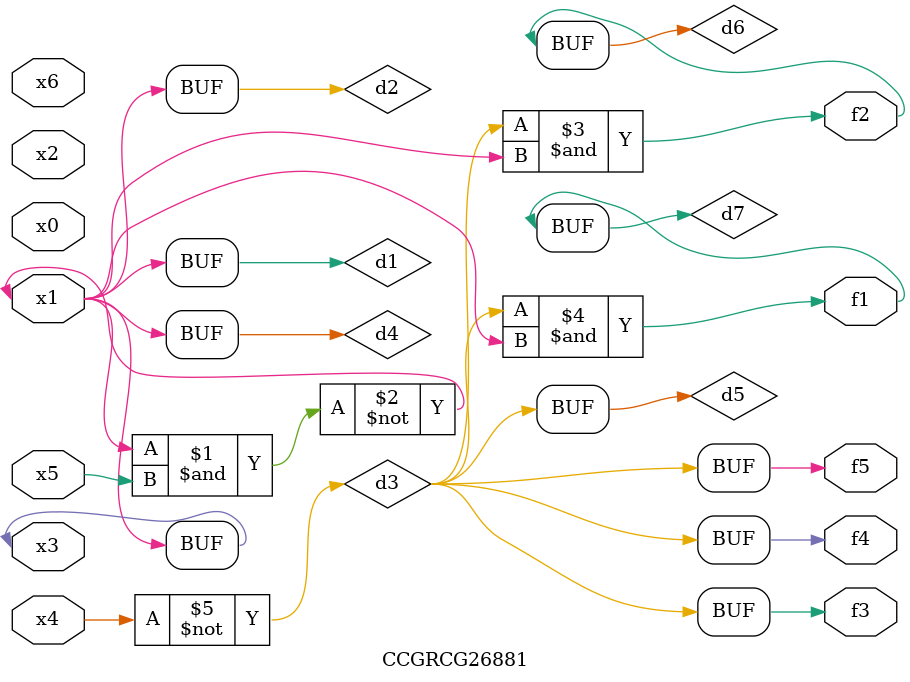
<source format=v>
module CCGRCG26881(
	input x0, x1, x2, x3, x4, x5, x6,
	output f1, f2, f3, f4, f5
);

	wire d1, d2, d3, d4, d5, d6, d7;

	buf (d1, x1, x3);
	nand (d2, x1, x5);
	not (d3, x4);
	buf (d4, d1, d2);
	buf (d5, d3);
	and (d6, d3, d4);
	and (d7, d3, d4);
	assign f1 = d7;
	assign f2 = d6;
	assign f3 = d5;
	assign f4 = d5;
	assign f5 = d5;
endmodule

</source>
